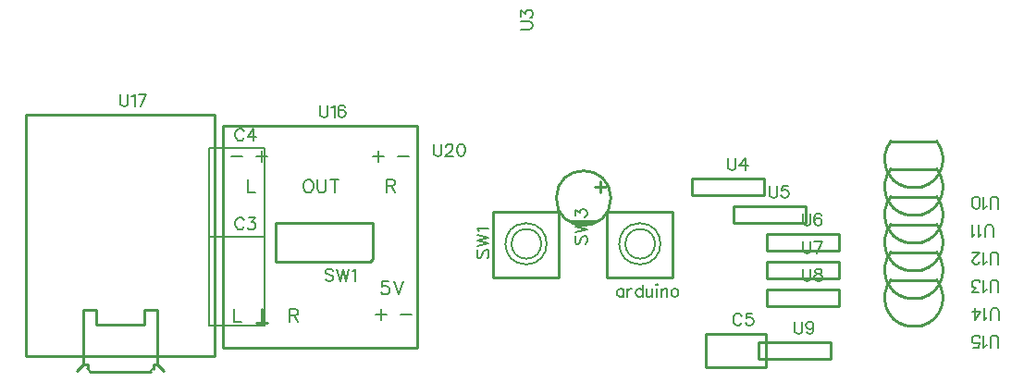
<source format=gto>
G04 ---------------------------- Layer name :TOP SILK LAYER*
G04 EasyEDA v5.7.26, Mon, 01 Oct 2018 13:32:53 GMT*
G04 edaa9a1a6b454e79be5b24898f8a718c*
G04 Gerber Generator version 0.2*
G04 Scale: 100 percent, Rotated: No, Reflected: No *
G04 Dimensions in millimeters *
G04 leading zeros omitted , absolute positions ,3 integer and 3 decimal *
%FSLAX33Y33*%
%MOMM*%
G90*
G71D02*

%ADD19C,0.254000*%
%ADD20C,0.177800*%
%ADD21C,0.127000*%
%ADD22C,0.203200*%

%LPD*%
G54D19*
G01X32766Y11430D02*
G01X32766Y14732D01*
G01X23876Y14732D01*
G01X23876Y11176D01*
G01X32512Y11176D01*
G01X32766Y11430D01*
G54D20*
G01X20320Y13462D02*
G01X22860Y13462D01*
G01X22860Y5334D01*
G01X17780Y5334D01*
G01X17780Y13462D01*
G01X20320Y13462D01*
G01X20320Y21590D02*
G01X22860Y21590D01*
G01X22860Y13462D01*
G01X17780Y13462D01*
G01X17780Y21590D01*
G01X20320Y21590D01*
G54D19*
G01X63249Y4547D02*
G01X68749Y4547D01*
G01X68759Y4547D02*
G01X68759Y1547D01*
G01X68749Y1547D02*
G01X63249Y1547D01*
G01X63249Y1547D02*
G01X63249Y4547D01*
G01X53594Y18542D02*
G01X53594Y17526D01*
G01X54102Y18034D02*
G01X53086Y18034D01*
G01X43784Y9732D02*
G01X43784Y15731D01*
G01X49784Y15731D01*
G01X49784Y9732D01*
G01X43784Y9732D01*
G01X54198Y9732D02*
G01X54198Y15731D01*
G01X60198Y15731D01*
G01X60198Y9732D01*
G01X54198Y9732D01*
G01X61976Y18796D02*
G01X68580Y18796D01*
G01X68580Y17272D01*
G01X61976Y17272D01*
G01X61976Y18796D01*
G01X62230Y18796D01*
G01X65786Y16256D02*
G01X72390Y16256D01*
G01X72390Y14732D01*
G01X65786Y14732D01*
G01X65786Y16256D01*
G01X66040Y16256D01*
G01X68834Y13716D02*
G01X75438Y13716D01*
G01X75438Y12192D01*
G01X68834Y12192D01*
G01X68834Y13716D01*
G01X69088Y13716D01*
G01X68834Y11176D02*
G01X75438Y11176D01*
G01X75438Y9652D01*
G01X68834Y9652D01*
G01X68834Y11176D01*
G01X69088Y11176D01*
G01X68834Y8636D02*
G01X75438Y8636D01*
G01X75438Y7112D01*
G01X68834Y7112D01*
G01X68834Y8636D01*
G01X69088Y8636D01*
G01X68072Y3810D02*
G01X74676Y3810D01*
G01X74676Y2286D01*
G01X68072Y2286D01*
G01X68072Y3810D01*
G01X68326Y3810D01*
G01X84378Y22225D02*
G01X80213Y22225D01*
G01X84378Y19685D02*
G01X80213Y19685D01*
G01X84378Y17145D02*
G01X80213Y17145D01*
G01X84378Y14605D02*
G01X80213Y14605D01*
G01X84378Y12065D02*
G01X80213Y12065D01*
G01X84378Y9525D02*
G01X80213Y9525D01*
G01X22606Y6858D02*
G01X22606Y5588D01*
G01X22098Y5588D02*
G01X23114Y5588D01*
G01X19050Y23622D02*
G01X36830Y23622D01*
G01X36830Y3302D01*
G01X19050Y3302D01*
G01X19050Y23622D01*
G01X19304Y23622D01*
G01X18288Y2540D02*
G01X18288Y24638D01*
G01X1016Y24638D01*
G01X1016Y2540D01*
G01X18288Y2540D01*
G01X6273Y1803D02*
G01X6680Y1803D01*
G01X12674Y1803D02*
G01X13081Y1803D01*
G01X6273Y1803D02*
G01X6273Y2514D01*
G01X6273Y2514D02*
G01X6273Y6807D01*
G01X13081Y6807D02*
G01X13081Y2514D01*
G01X13081Y2514D02*
G01X13081Y1803D01*
G01X6273Y1803D02*
G01X5689Y1219D01*
G01X13081Y1803D02*
G01X13665Y1219D01*
G01X6680Y1803D02*
G01X6680Y1422D01*
G01X6908Y1143D02*
G01X12446Y1143D01*
G01X12674Y1371D02*
G01X12674Y1803D01*
G01X6273Y5207D02*
G01X6273Y6807D01*
G01X6273Y6807D02*
G01X7467Y6807D01*
G01X13081Y6807D02*
G01X11887Y6807D01*
G01X13081Y5207D02*
G01X13081Y6807D01*
G01X6273Y2514D02*
G01X13081Y2514D01*
G01X7467Y6807D02*
G01X7467Y5410D01*
G01X7467Y5410D02*
G01X11887Y5410D01*
G01X11887Y5410D02*
G01X11887Y6807D01*
G54D20*
G01X55740Y8727D02*
G01X55740Y8000D01*
G01X55740Y8572D02*
G01X55638Y8676D01*
G01X55534Y8727D01*
G01X55377Y8727D01*
G01X55272Y8676D01*
G01X55168Y8572D01*
G01X55118Y8417D01*
G01X55118Y8313D01*
G01X55168Y8155D01*
G01X55272Y8051D01*
G01X55377Y8000D01*
G01X55534Y8000D01*
G01X55638Y8051D01*
G01X55740Y8155D01*
G01X56083Y8727D02*
G01X56083Y8000D01*
G01X56083Y8417D02*
G01X56136Y8572D01*
G01X56240Y8676D01*
G01X56344Y8727D01*
G01X56499Y8727D01*
G01X57467Y9093D02*
G01X57467Y8000D01*
G01X57467Y8572D02*
G01X57363Y8676D01*
G01X57259Y8727D01*
G01X57101Y8727D01*
G01X56997Y8676D01*
G01X56896Y8572D01*
G01X56842Y8417D01*
G01X56842Y8313D01*
G01X56896Y8155D01*
G01X56997Y8051D01*
G01X57101Y8000D01*
G01X57259Y8000D01*
G01X57363Y8051D01*
G01X57467Y8155D01*
G01X57810Y8727D02*
G01X57810Y8209D01*
G01X57861Y8051D01*
G01X57965Y8000D01*
G01X58120Y8000D01*
G01X58224Y8051D01*
G01X58381Y8209D01*
G01X58381Y8727D02*
G01X58381Y8000D01*
G01X58724Y9093D02*
G01X58775Y9039D01*
G01X58826Y9093D01*
G01X58775Y9143D01*
G01X58724Y9093D01*
G01X58775Y8727D02*
G01X58775Y8000D01*
G01X59169Y8727D02*
G01X59169Y8000D01*
G01X59169Y8521D02*
G01X59326Y8676D01*
G01X59430Y8727D01*
G01X59585Y8727D01*
G01X59690Y8676D01*
G01X59740Y8521D01*
G01X59740Y8000D01*
G01X60345Y8727D02*
G01X60241Y8676D01*
G01X60137Y8572D01*
G01X60083Y8417D01*
G01X60083Y8313D01*
G01X60137Y8155D01*
G01X60241Y8051D01*
G01X60345Y8000D01*
G01X60500Y8000D01*
G01X60604Y8051D01*
G01X60708Y8155D01*
G01X60759Y8313D01*
G01X60759Y8417D01*
G01X60708Y8572D01*
G01X60604Y8676D01*
G01X60500Y8727D01*
G01X60345Y8727D01*
G01X29174Y10373D02*
G01X29070Y10477D01*
G01X28915Y10528D01*
G01X28707Y10528D01*
G01X28552Y10477D01*
G01X28448Y10373D01*
G01X28448Y10269D01*
G01X28498Y10165D01*
G01X28552Y10114D01*
G01X28656Y10060D01*
G01X28968Y9956D01*
G01X29070Y9906D01*
G01X29123Y9855D01*
G01X29174Y9751D01*
G01X29174Y9593D01*
G01X29070Y9489D01*
G01X28915Y9438D01*
G01X28707Y9438D01*
G01X28552Y9489D01*
G01X28448Y9593D01*
G01X29517Y10528D02*
G01X29778Y9438D01*
G01X30038Y10528D02*
G01X29778Y9438D01*
G01X30038Y10528D02*
G01X30297Y9438D01*
G01X30556Y10528D02*
G01X30297Y9438D01*
G01X30899Y10322D02*
G01X31003Y10373D01*
G01X31160Y10528D01*
G01X31160Y9438D01*
G01X20972Y14968D02*
G01X20919Y15072D01*
G01X20815Y15176D01*
G01X20713Y15227D01*
G01X20505Y15227D01*
G01X20401Y15176D01*
G01X20297Y15072D01*
G01X20243Y14968D01*
G01X20193Y14813D01*
G01X20193Y14554D01*
G01X20243Y14396D01*
G01X20297Y14292D01*
G01X20401Y14188D01*
G01X20505Y14137D01*
G01X20713Y14137D01*
G01X20815Y14188D01*
G01X20919Y14292D01*
G01X20972Y14396D01*
G01X21419Y15227D02*
G01X21991Y15227D01*
G01X21678Y14813D01*
G01X21833Y14813D01*
G01X21937Y14759D01*
G01X21991Y14709D01*
G01X22042Y14554D01*
G01X22042Y14450D01*
G01X21991Y14292D01*
G01X21887Y14188D01*
G01X21729Y14137D01*
G01X21574Y14137D01*
G01X21419Y14188D01*
G01X21366Y14241D01*
G01X21315Y14345D01*
G01X20972Y23096D02*
G01X20919Y23200D01*
G01X20815Y23304D01*
G01X20713Y23355D01*
G01X20505Y23355D01*
G01X20401Y23304D01*
G01X20297Y23200D01*
G01X20243Y23096D01*
G01X20193Y22941D01*
G01X20193Y22682D01*
G01X20243Y22524D01*
G01X20297Y22420D01*
G01X20401Y22316D01*
G01X20505Y22265D01*
G01X20713Y22265D01*
G01X20815Y22316D01*
G01X20919Y22420D01*
G01X20972Y22524D01*
G01X21833Y23355D02*
G01X21315Y22628D01*
G01X22095Y22628D01*
G01X21833Y23355D02*
G01X21833Y22265D01*
G01X66565Y6205D02*
G01X66512Y6309D01*
G01X66408Y6413D01*
G01X66306Y6464D01*
G01X66098Y6464D01*
G01X65994Y6413D01*
G01X65890Y6309D01*
G01X65836Y6205D01*
G01X65786Y6050D01*
G01X65786Y5791D01*
G01X65836Y5633D01*
G01X65890Y5529D01*
G01X65994Y5425D01*
G01X66098Y5374D01*
G01X66306Y5374D01*
G01X66408Y5425D01*
G01X66512Y5529D01*
G01X66565Y5633D01*
G01X67530Y6464D02*
G01X67012Y6464D01*
G01X66959Y5996D01*
G01X67012Y6050D01*
G01X67167Y6101D01*
G01X67322Y6101D01*
G01X67480Y6050D01*
G01X67584Y5946D01*
G01X67635Y5791D01*
G01X67635Y5687D01*
G01X67584Y5529D01*
G01X67480Y5425D01*
G01X67322Y5374D01*
G01X67167Y5374D01*
G01X67012Y5425D01*
G01X66959Y5478D01*
G01X66908Y5582D01*
G01X42464Y12274D02*
G01X42360Y12170D01*
G01X42310Y12015D01*
G01X42310Y11807D01*
G01X42360Y11652D01*
G01X42464Y11548D01*
G01X42569Y11548D01*
G01X42673Y11598D01*
G01X42724Y11652D01*
G01X42777Y11756D01*
G01X42881Y12068D01*
G01X42932Y12170D01*
G01X42983Y12223D01*
G01X43087Y12274D01*
G01X43244Y12274D01*
G01X43348Y12170D01*
G01X43399Y12015D01*
G01X43399Y11807D01*
G01X43348Y11652D01*
G01X43244Y11548D01*
G01X42310Y12617D02*
G01X43399Y12879D01*
G01X42310Y13138D02*
G01X43399Y12879D01*
G01X42310Y13138D02*
G01X43399Y13397D01*
G01X42310Y13656D02*
G01X43399Y13397D01*
G01X42515Y13999D02*
G01X42464Y14103D01*
G01X42310Y14260D01*
G01X43399Y14260D01*
G01X51445Y13553D02*
G01X51341Y13449D01*
G01X51290Y13294D01*
G01X51290Y13086D01*
G01X51341Y12931D01*
G01X51445Y12827D01*
G01X51549Y12827D01*
G01X51653Y12877D01*
G01X51704Y12931D01*
G01X51757Y13035D01*
G01X51861Y13347D01*
G01X51912Y13449D01*
G01X51963Y13502D01*
G01X52067Y13553D01*
G01X52224Y13553D01*
G01X52329Y13449D01*
G01X52379Y13294D01*
G01X52379Y13086D01*
G01X52329Y12931D01*
G01X52224Y12827D01*
G01X51290Y13896D02*
G01X52379Y14157D01*
G01X51290Y14417D02*
G01X52379Y14157D01*
G01X51290Y14417D02*
G01X52379Y14676D01*
G01X51290Y14935D02*
G01X52379Y14676D01*
G01X51290Y15382D02*
G01X51290Y15953D01*
G01X51704Y15643D01*
G01X51704Y15798D01*
G01X51757Y15902D01*
G01X51808Y15953D01*
G01X51963Y16007D01*
G01X52067Y16007D01*
G01X52224Y15953D01*
G01X52329Y15849D01*
G01X52379Y15694D01*
G01X52379Y15539D01*
G01X52329Y15382D01*
G01X52275Y15331D01*
G01X52171Y15278D01*
G01X46328Y32452D02*
G01X47105Y32452D01*
G01X47263Y32503D01*
G01X47367Y32607D01*
G01X47417Y32764D01*
G01X47417Y32868D01*
G01X47367Y33023D01*
G01X47263Y33127D01*
G01X47105Y33178D01*
G01X46328Y33178D01*
G01X46328Y33625D02*
G01X46328Y34197D01*
G01X46742Y33887D01*
G01X46742Y34042D01*
G01X46795Y34146D01*
G01X46846Y34197D01*
G01X47001Y34250D01*
G01X47105Y34250D01*
G01X47263Y34197D01*
G01X47367Y34093D01*
G01X47417Y33938D01*
G01X47417Y33783D01*
G01X47367Y33625D01*
G01X47313Y33574D01*
G01X47209Y33521D01*
G01X65278Y20688D02*
G01X65278Y19911D01*
G01X65328Y19753D01*
G01X65432Y19649D01*
G01X65590Y19598D01*
G01X65694Y19598D01*
G01X65849Y19649D01*
G01X65953Y19753D01*
G01X66004Y19911D01*
G01X66004Y20688D01*
G01X66868Y20688D02*
G01X66347Y19961D01*
G01X67127Y19961D01*
G01X66868Y20688D02*
G01X66868Y19598D01*
G01X69088Y18148D02*
G01X69088Y17371D01*
G01X69138Y17213D01*
G01X69242Y17109D01*
G01X69400Y17058D01*
G01X69504Y17058D01*
G01X69659Y17109D01*
G01X69763Y17213D01*
G01X69814Y17371D01*
G01X69814Y18148D01*
G01X70782Y18148D02*
G01X70261Y18148D01*
G01X70210Y17680D01*
G01X70261Y17734D01*
G01X70418Y17785D01*
G01X70573Y17785D01*
G01X70728Y17734D01*
G01X70832Y17630D01*
G01X70886Y17475D01*
G01X70886Y17371D01*
G01X70832Y17213D01*
G01X70728Y17109D01*
G01X70573Y17058D01*
G01X70418Y17058D01*
G01X70261Y17109D01*
G01X70210Y17162D01*
G01X70157Y17266D01*
G01X72136Y15608D02*
G01X72136Y14831D01*
G01X72186Y14673D01*
G01X72290Y14569D01*
G01X72448Y14518D01*
G01X72552Y14518D01*
G01X72707Y14569D01*
G01X72811Y14673D01*
G01X72862Y14831D01*
G01X72862Y15608D01*
G01X73830Y15453D02*
G01X73776Y15557D01*
G01X73621Y15608D01*
G01X73517Y15608D01*
G01X73362Y15557D01*
G01X73258Y15402D01*
G01X73205Y15140D01*
G01X73205Y14881D01*
G01X73258Y14673D01*
G01X73362Y14569D01*
G01X73517Y14518D01*
G01X73571Y14518D01*
G01X73726Y14569D01*
G01X73830Y14673D01*
G01X73880Y14831D01*
G01X73880Y14881D01*
G01X73830Y15036D01*
G01X73726Y15140D01*
G01X73571Y15194D01*
G01X73517Y15194D01*
G01X73362Y15140D01*
G01X73258Y15036D01*
G01X73205Y14881D01*
G01X72136Y13068D02*
G01X72136Y12291D01*
G01X72186Y12133D01*
G01X72290Y12029D01*
G01X72448Y11978D01*
G01X72552Y11978D01*
G01X72707Y12029D01*
G01X72811Y12133D01*
G01X72862Y12291D01*
G01X72862Y13068D01*
G01X73934Y13068D02*
G01X73413Y11978D01*
G01X73205Y13068D02*
G01X73934Y13068D01*
G01X72136Y10528D02*
G01X72136Y9751D01*
G01X72186Y9593D01*
G01X72290Y9489D01*
G01X72448Y9438D01*
G01X72552Y9438D01*
G01X72707Y9489D01*
G01X72811Y9593D01*
G01X72862Y9751D01*
G01X72862Y10528D01*
G01X73466Y10528D02*
G01X73309Y10477D01*
G01X73258Y10373D01*
G01X73258Y10269D01*
G01X73309Y10165D01*
G01X73413Y10114D01*
G01X73621Y10060D01*
G01X73776Y10010D01*
G01X73880Y9906D01*
G01X73934Y9801D01*
G01X73934Y9646D01*
G01X73880Y9542D01*
G01X73830Y9489D01*
G01X73672Y9438D01*
G01X73466Y9438D01*
G01X73309Y9489D01*
G01X73258Y9542D01*
G01X73205Y9646D01*
G01X73205Y9801D01*
G01X73258Y9906D01*
G01X73362Y10010D01*
G01X73517Y10060D01*
G01X73726Y10114D01*
G01X73830Y10165D01*
G01X73880Y10269D01*
G01X73880Y10373D01*
G01X73830Y10477D01*
G01X73672Y10528D01*
G01X73466Y10528D01*
G01X71374Y5702D02*
G01X71374Y4925D01*
G01X71424Y4767D01*
G01X71528Y4663D01*
G01X71686Y4612D01*
G01X71790Y4612D01*
G01X71945Y4663D01*
G01X72049Y4767D01*
G01X72100Y4925D01*
G01X72100Y5702D01*
G01X73118Y5339D02*
G01X73068Y5184D01*
G01X72964Y5080D01*
G01X72809Y5029D01*
G01X72755Y5029D01*
G01X72600Y5080D01*
G01X72496Y5184D01*
G01X72443Y5339D01*
G01X72443Y5392D01*
G01X72496Y5547D01*
G01X72600Y5651D01*
G01X72755Y5702D01*
G01X72809Y5702D01*
G01X72964Y5651D01*
G01X73068Y5547D01*
G01X73118Y5339D01*
G01X73118Y5080D01*
G01X73068Y4820D01*
G01X72964Y4663D01*
G01X72809Y4612D01*
G01X72704Y4612D01*
G01X72547Y4663D01*
G01X72496Y4767D01*
G01X90030Y16042D02*
G01X90030Y16819D01*
G01X89979Y16977D01*
G01X89875Y17081D01*
G01X89717Y17132D01*
G01X89613Y17132D01*
G01X89458Y17081D01*
G01X89354Y16977D01*
G01X89303Y16819D01*
G01X89303Y16042D01*
G01X88960Y16248D02*
G01X88856Y16197D01*
G01X88699Y16042D01*
G01X88699Y17132D01*
G01X88046Y16042D02*
G01X88201Y16093D01*
G01X88305Y16248D01*
G01X88356Y16510D01*
G01X88356Y16664D01*
G01X88305Y16924D01*
G01X88201Y17081D01*
G01X88046Y17132D01*
G01X87942Y17132D01*
G01X87784Y17081D01*
G01X87680Y16924D01*
G01X87630Y16664D01*
G01X87630Y16510D01*
G01X87680Y16248D01*
G01X87784Y16093D01*
G01X87942Y16042D01*
G01X88046Y16042D01*
G01X89562Y13502D02*
G01X89562Y14279D01*
G01X89512Y14437D01*
G01X89408Y14541D01*
G01X89250Y14592D01*
G01X89146Y14592D01*
G01X88991Y14541D01*
G01X88887Y14437D01*
G01X88836Y14279D01*
G01X88836Y13502D01*
G01X88493Y13708D02*
G01X88389Y13657D01*
G01X88231Y13502D01*
G01X88231Y14592D01*
G01X87889Y13708D02*
G01X87784Y13657D01*
G01X87630Y13502D01*
G01X87630Y14592D01*
G01X90030Y10962D02*
G01X90030Y11739D01*
G01X89979Y11897D01*
G01X89875Y12001D01*
G01X89717Y12052D01*
G01X89613Y12052D01*
G01X89458Y12001D01*
G01X89354Y11897D01*
G01X89303Y11739D01*
G01X89303Y10962D01*
G01X88960Y11168D02*
G01X88856Y11117D01*
G01X88699Y10962D01*
G01X88699Y12052D01*
G01X88305Y11221D02*
G01X88305Y11168D01*
G01X88252Y11064D01*
G01X88201Y11013D01*
G01X88097Y10962D01*
G01X87889Y10962D01*
G01X87784Y11013D01*
G01X87734Y11064D01*
G01X87680Y11168D01*
G01X87680Y11272D01*
G01X87734Y11376D01*
G01X87838Y11534D01*
G01X88356Y12052D01*
G01X87630Y12052D01*
G01X90030Y8422D02*
G01X90030Y9199D01*
G01X89979Y9357D01*
G01X89875Y9461D01*
G01X89717Y9512D01*
G01X89613Y9512D01*
G01X89458Y9461D01*
G01X89354Y9357D01*
G01X89303Y9199D01*
G01X89303Y8422D01*
G01X88960Y8628D02*
G01X88856Y8577D01*
G01X88699Y8422D01*
G01X88699Y9512D01*
G01X88252Y8422D02*
G01X87680Y8422D01*
G01X87993Y8836D01*
G01X87838Y8836D01*
G01X87734Y8890D01*
G01X87680Y8940D01*
G01X87630Y9095D01*
G01X87630Y9199D01*
G01X87680Y9357D01*
G01X87784Y9461D01*
G01X87942Y9512D01*
G01X88097Y9512D01*
G01X88252Y9461D01*
G01X88305Y9408D01*
G01X88356Y9304D01*
G01X90081Y5882D02*
G01X90081Y6659D01*
G01X90030Y6817D01*
G01X89926Y6921D01*
G01X89768Y6972D01*
G01X89664Y6972D01*
G01X89509Y6921D01*
G01X89405Y6817D01*
G01X89354Y6659D01*
G01X89354Y5882D01*
G01X89011Y6088D02*
G01X88907Y6037D01*
G01X88750Y5882D01*
G01X88750Y6972D01*
G01X87889Y5882D02*
G01X88407Y6609D01*
G01X87630Y6609D01*
G01X87889Y5882D02*
G01X87889Y6972D01*
G01X90030Y3342D02*
G01X90030Y4119D01*
G01X89979Y4277D01*
G01X89875Y4381D01*
G01X89717Y4432D01*
G01X89613Y4432D01*
G01X89458Y4381D01*
G01X89354Y4277D01*
G01X89303Y4119D01*
G01X89303Y3342D01*
G01X88960Y3548D02*
G01X88856Y3497D01*
G01X88699Y3342D01*
G01X88699Y4432D01*
G01X87734Y3342D02*
G01X88252Y3342D01*
G01X88305Y3810D01*
G01X88252Y3756D01*
G01X88097Y3705D01*
G01X87942Y3705D01*
G01X87784Y3756D01*
G01X87680Y3860D01*
G01X87630Y4015D01*
G01X87630Y4119D01*
G01X87680Y4277D01*
G01X87784Y4381D01*
G01X87942Y4432D01*
G01X88097Y4432D01*
G01X88252Y4381D01*
G01X88305Y4328D01*
G01X88356Y4224D01*
G01X27940Y25514D02*
G01X27940Y24737D01*
G01X27990Y24579D01*
G01X28094Y24475D01*
G01X28252Y24424D01*
G01X28356Y24424D01*
G01X28511Y24475D01*
G01X28615Y24579D01*
G01X28666Y24737D01*
G01X28666Y25514D01*
G01X29009Y25308D02*
G01X29113Y25359D01*
G01X29270Y25514D01*
G01X29270Y24424D01*
G01X30236Y25359D02*
G01X30185Y25463D01*
G01X30027Y25514D01*
G01X29923Y25514D01*
G01X29768Y25463D01*
G01X29664Y25308D01*
G01X29613Y25046D01*
G01X29613Y24787D01*
G01X29664Y24579D01*
G01X29768Y24475D01*
G01X29923Y24424D01*
G01X29977Y24424D01*
G01X30132Y24475D01*
G01X30236Y24579D01*
G01X30289Y24737D01*
G01X30289Y24787D01*
G01X30236Y24942D01*
G01X30132Y25046D01*
G01X29977Y25100D01*
G01X29923Y25100D01*
G01X29768Y25046D01*
G01X29664Y24942D01*
G01X29613Y24787D01*
G54D22*
G01X26756Y18714D02*
G01X26642Y18658D01*
G01X26530Y18544D01*
G01X26471Y18432D01*
G01X26416Y18260D01*
G01X26416Y17978D01*
G01X26471Y17807D01*
G01X26530Y17693D01*
G01X26642Y17579D01*
G01X26756Y17523D01*
G01X26984Y17523D01*
G01X27096Y17579D01*
G01X27211Y17693D01*
G01X27269Y17807D01*
G01X27325Y17978D01*
G01X27325Y18260D01*
G01X27269Y18432D01*
G01X27211Y18544D01*
G01X27096Y18658D01*
G01X26984Y18714D01*
G01X26756Y18714D01*
G01X27701Y18714D02*
G01X27701Y17863D01*
G01X27757Y17693D01*
G01X27871Y17579D01*
G01X28041Y17523D01*
G01X28155Y17523D01*
G01X28326Y17579D01*
G01X28437Y17693D01*
G01X28496Y17863D01*
G01X28496Y18714D01*
G01X29268Y18714D02*
G01X29268Y17523D01*
G01X28869Y18714D02*
G01X29667Y18714D01*
G01X19812Y20825D02*
G01X20835Y20825D01*
G01X22595Y21335D02*
G01X22595Y20314D01*
G01X22085Y20825D02*
G01X23106Y20825D01*
G01X34208Y9398D02*
G01X33642Y9398D01*
G01X33583Y8887D01*
G01X33642Y8943D01*
G01X33812Y9001D01*
G01X33982Y9001D01*
G01X34152Y8943D01*
G01X34267Y8831D01*
G01X34323Y8661D01*
G01X34323Y8547D01*
G01X34267Y8377D01*
G01X34152Y8262D01*
G01X33982Y8206D01*
G01X33812Y8206D01*
G01X33642Y8262D01*
G01X33583Y8318D01*
G01X33528Y8432D01*
G01X34698Y9398D02*
G01X35153Y8206D01*
G01X35608Y9398D02*
G01X35153Y8206D01*
G01X33276Y21338D02*
G01X33276Y20317D01*
G01X32766Y20828D02*
G01X33789Y20828D01*
G01X35039Y20828D02*
G01X36060Y20828D01*
G01X33530Y6860D02*
G01X33530Y5839D01*
G01X33020Y6350D02*
G01X34043Y6350D01*
G01X20066Y6858D02*
G01X20066Y5666D01*
G01X20066Y5666D02*
G01X20746Y5666D01*
G01X25146Y6858D02*
G01X25146Y5666D01*
G01X25146Y6858D02*
G01X25656Y6858D01*
G01X25826Y6802D01*
G01X25885Y6746D01*
G01X25941Y6631D01*
G01X25941Y6517D01*
G01X25885Y6405D01*
G01X25826Y6347D01*
G01X25656Y6291D01*
G01X25146Y6291D01*
G01X25544Y6291D02*
G01X25941Y5666D01*
G01X35306Y6350D02*
G01X36329Y6350D01*
G01X34036Y18714D02*
G01X34036Y17523D01*
G01X34036Y18714D02*
G01X34546Y18714D01*
G01X34716Y18658D01*
G01X34775Y18602D01*
G01X34831Y18488D01*
G01X34831Y18374D01*
G01X34775Y18260D01*
G01X34716Y18204D01*
G01X34546Y18148D01*
G01X34036Y18148D01*
G01X34434Y18148D02*
G01X34831Y17523D01*
G01X21336Y18714D02*
G01X21336Y17523D01*
G01X21336Y17523D02*
G01X22016Y17523D01*
G54D20*
G01X9652Y26530D02*
G01X9652Y25753D01*
G01X9702Y25595D01*
G01X9806Y25491D01*
G01X9964Y25440D01*
G01X10068Y25440D01*
G01X10223Y25491D01*
G01X10327Y25595D01*
G01X10378Y25753D01*
G01X10378Y26530D01*
G01X10721Y26324D02*
G01X10825Y26375D01*
G01X10982Y26530D01*
G01X10982Y25440D01*
G01X12052Y26530D02*
G01X11531Y25440D01*
G01X11325Y26530D02*
G01X12052Y26530D01*
G01X38354Y21958D02*
G01X38354Y21181D01*
G01X38404Y21023D01*
G01X38508Y20919D01*
G01X38666Y20868D01*
G01X38770Y20868D01*
G01X38925Y20919D01*
G01X39029Y21023D01*
G01X39080Y21181D01*
G01X39080Y21958D01*
G01X39476Y21699D02*
G01X39476Y21752D01*
G01X39527Y21856D01*
G01X39580Y21907D01*
G01X39684Y21958D01*
G01X39890Y21958D01*
G01X39994Y21907D01*
G01X40048Y21856D01*
G01X40098Y21752D01*
G01X40098Y21648D01*
G01X40048Y21544D01*
G01X39944Y21386D01*
G01X39423Y20868D01*
G01X40152Y20868D01*
G01X40805Y21958D02*
G01X40650Y21907D01*
G01X40546Y21752D01*
G01X40495Y21490D01*
G01X40495Y21336D01*
G01X40546Y21076D01*
G01X40650Y20919D01*
G01X40805Y20868D01*
G01X40909Y20868D01*
G01X41066Y20919D01*
G01X41170Y21076D01*
G01X41221Y21336D01*
G01X41221Y21490D01*
G01X41170Y21752D01*
G01X41066Y21907D01*
G01X40909Y21958D01*
G01X40805Y21958D01*
G54D21*
G75*
G01X46825Y14191D02*
G3X46848Y14191I11J-1360D01*
G01*
G75*
G01X46784Y14719D02*
G3X46817Y14719I17J-1887D01*
G01*
G75*
G01X57239Y14191D02*
G3X57262Y14191I11J-1360D01*
G01*
G75*
G01X57198Y14719D02*
G3X57231Y14719I17J-1887D01*
G01*
G54D19*
G75*
G01X84391Y22225D02*
G2X83082Y18026I-2095J-1651D01*
G01*
G75*
G01X81510Y18026D02*
G2X80202Y22225I786J2548D01*
G01*
G75*
G01X82931Y18034D02*
G2X81661Y18034I-635J2857D01*
G01*
G75*
G01X81661Y18034D02*
G2X80391Y18669I635J2857D01*
G01*
G75*
G01X84201Y18669D02*
G2X81661Y18034I-1905J2222D01*
G01*
G75*
G01X84391Y19685D02*
G2X83082Y15486I-2095J-1651D01*
G01*
G75*
G01X81510Y15486D02*
G2X80202Y19685I786J2548D01*
G01*
G75*
G01X82931Y15494D02*
G2X81661Y15494I-635J2857D01*
G01*
G75*
G01X81661Y15494D02*
G2X80391Y16129I635J2857D01*
G01*
G75*
G01X84201Y16129D02*
G2X81661Y15494I-1905J2222D01*
G01*
G75*
G01X84391Y17145D02*
G2X83082Y12946I-2095J-1651D01*
G01*
G75*
G01X81510Y12946D02*
G2X80202Y17145I786J2548D01*
G01*
G75*
G01X82931Y12954D02*
G2X81661Y12954I-635J2857D01*
G01*
G75*
G01X81661Y12954D02*
G2X80391Y13589I635J2857D01*
G01*
G75*
G01X84201Y13589D02*
G2X81661Y12954I-1905J2222D01*
G01*
G75*
G01X84391Y14605D02*
G2X83082Y10406I-2095J-1651D01*
G01*
G75*
G01X81510Y10406D02*
G2X80202Y14605I786J2548D01*
G01*
G75*
G01X82931Y10414D02*
G2X81661Y10414I-635J2857D01*
G01*
G75*
G01X81661Y10414D02*
G2X80391Y11049I635J2857D01*
G01*
G75*
G01X84201Y11049D02*
G2X81661Y10414I-1905J2222D01*
G01*
G75*
G01X84391Y12065D02*
G2X83082Y7866I-2095J-1651D01*
G01*
G75*
G01X81510Y7866D02*
G2X80202Y12065I786J2548D01*
G01*
G75*
G01X82931Y7874D02*
G2X81661Y7874I-635J2857D01*
G01*
G75*
G01X81661Y7874D02*
G2X80391Y8509I635J2857D01*
G01*
G75*
G01X84201Y8509D02*
G2X81661Y7874I-1905J2222D01*
G01*
G75*
G01X84391Y9525D02*
G2X83082Y5326I-2095J-1651D01*
G01*
G75*
G01X81510Y5326D02*
G2X80202Y9525I786J2548D01*
G01*
G75*
G01X82931Y5334D02*
G2X81661Y5334I-635J2857D01*
G01*
G75*
G01X81661Y5334D02*
G2X80391Y5969I635J2857D01*
G01*
G75*
G01X84201Y5969D02*
G2X81661Y5334I-1905J2222D01*
G01*
G75*
G01X6677Y1412D02*
G3X6877Y1162I237J-15D01*
G01*
G75*
G01X12427Y1162D02*
G3X12677Y1362I15J238D01*
G01*
G75*
G01X54569Y17018D02*
G03X54569Y17018I-2499J0D01*
G01*

%LPD*%
G36*
G01X52578Y14478D02*
G01X53594Y14986D01*
G01X50800Y14986D01*
G01X51054Y14732D01*
G01X51562Y14478D01*
G01X52578Y14478D01*
G37*
M00*
M02*

</source>
